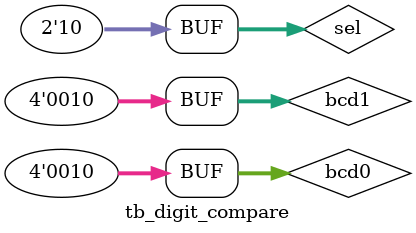
<source format=sv>
`timescale 1ns / 1ps


module tb_digit_compare();

    reg [3:0] bcd1, bcd0; // dziesiatki, jednostki
    reg [1:0] sel; // wybor cyfry szyfru
    reg eq; // czy rowne
    
    // UUT
    digit_compare DC (.bcd1(bcd1), .bcd0(bcd0),
        .sel(sel), .eq(eq));
    
    initial begin 
        bcd1 = 4'd0;
        bcd0 = 4'd0;
        sel = 4'd0;
        
        // pierwsza cyfra      
        #100 bcd1 = 4'd1;
        bcd0 = 4'd5;
        
        // druga cyfra
        #10 sel = 4'd1;
        #100 bcd1 = 4'd3;
        bcd0 = 4'd0;
        
        // trzecia cyfra
        #10 sel = 4'd2;
        #100 bcd1 = 4'd2;
        bcd0 = 4'd0;
        #100 bcd1 = 4'd2;
        bcd0 = 4'd2;
        
    end

endmodule

</source>
